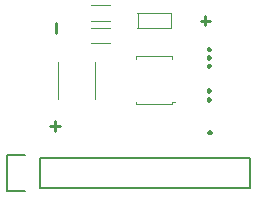
<source format=gto>
G04 #@! TF.GenerationSoftware,KiCad,Pcbnew,(5.0.1-3-g963ef8bb5)*
G04 #@! TF.CreationDate,2018-11-10T18:30:21+10:30*
G04 #@! TF.ProjectId,rgb-led-board,7267622D6C65642D626F6172642E6B69,1.0*
G04 #@! TF.SameCoordinates,Original*
G04 #@! TF.FileFunction,Legend,Top*
G04 #@! TF.FilePolarity,Positive*
%FSLAX46Y46*%
G04 Gerber Fmt 4.6, Leading zero omitted, Abs format (unit mm)*
G04 Created by KiCad (PCBNEW (5.0.1-3-g963ef8bb5)) date Saturday, 10 November 2018 at 06:30:21 pm*
%MOMM*%
%LPD*%
G01*
G04 APERTURE LIST*
%ADD10C,0.300000*%
%ADD11C,0.250000*%
%ADD12C,0.275000*%
%ADD13C,0.120000*%
%ADD14C,0.150000*%
G04 APERTURE END LIST*
D10*
X141251714Y-64214285D02*
X141323142Y-64142857D01*
X141394571Y-64214285D01*
X141323142Y-64285714D01*
X141251714Y-64214285D01*
X141394571Y-64214285D01*
X141251714Y-63500000D02*
X141323142Y-63428571D01*
X141394571Y-63500000D01*
X141323142Y-63571428D01*
X141251714Y-63500000D01*
X141394571Y-63500000D01*
X141251714Y-62785714D02*
X141323142Y-62714285D01*
X141394571Y-62785714D01*
X141323142Y-62857142D01*
X141251714Y-62785714D01*
X141394571Y-62785714D01*
X141251714Y-67032142D02*
X141323142Y-66960714D01*
X141394571Y-67032142D01*
X141323142Y-67103571D01*
X141251714Y-67032142D01*
X141394571Y-67032142D01*
X141251714Y-66317857D02*
X141323142Y-66246428D01*
X141394571Y-66317857D01*
X141323142Y-66389285D01*
X141251714Y-66317857D01*
X141394571Y-66317857D01*
X141351000Y-69750714D02*
X141422428Y-69822142D01*
X141351000Y-69893571D01*
X141279571Y-69822142D01*
X141351000Y-69750714D01*
X141351000Y-69893571D01*
D11*
X140589047Y-60332928D02*
X141350952Y-60332928D01*
X140970000Y-60713880D02*
X140970000Y-59951976D01*
D12*
X128348571Y-61379047D02*
X128348571Y-60540952D01*
X127850952Y-69293571D02*
X128689047Y-69293571D01*
X128270000Y-69712619D02*
X128270000Y-68874523D01*
D13*
G04 #@! TO.C,C1*
X128508000Y-63805000D02*
X128508000Y-67005000D01*
X131588000Y-63805000D02*
X131588000Y-67005000D01*
G04 #@! TO.C,R1*
X131280000Y-59020000D02*
X132880000Y-59020000D01*
X131280000Y-60360000D02*
X132880000Y-60360000D01*
G04 #@! TO.C,R2*
X131280000Y-62265000D02*
X132880000Y-62265000D01*
X131280000Y-60925000D02*
X132880000Y-60925000D01*
G04 #@! TO.C,U1*
X138182000Y-67225000D02*
X138382000Y-67225000D01*
X138182000Y-67225000D02*
X138182000Y-67435000D01*
X138182000Y-63585000D02*
X138182000Y-63375000D01*
X135122000Y-63585000D02*
X135122000Y-63375000D01*
X135122000Y-63375000D02*
X138182000Y-63375000D01*
X135122000Y-67225000D02*
X135122000Y-67435000D01*
X135122000Y-67435000D02*
X138182000Y-67435000D01*
D14*
G04 #@! TO.C,P3*
X127000000Y-71980000D02*
X144780000Y-71980000D01*
X144780000Y-71980000D02*
X144780000Y-74520000D01*
X144780000Y-74520000D02*
X127000000Y-74520000D01*
X124180000Y-71700000D02*
X125730000Y-71700000D01*
X127000000Y-71980000D02*
X127000000Y-74520000D01*
X125730000Y-74800000D02*
X124180000Y-74800000D01*
X124180000Y-74800000D02*
X124180000Y-71700000D01*
D13*
G04 #@! TO.C,SL1*
X135202000Y-60990000D02*
X138102000Y-60990000D01*
X135202000Y-59660000D02*
X138102000Y-59660000D01*
X135232000Y-59660000D02*
X135232000Y-60990000D01*
X138072000Y-59660000D02*
X138072000Y-60990000D01*
G04 #@! TD*
M02*

</source>
